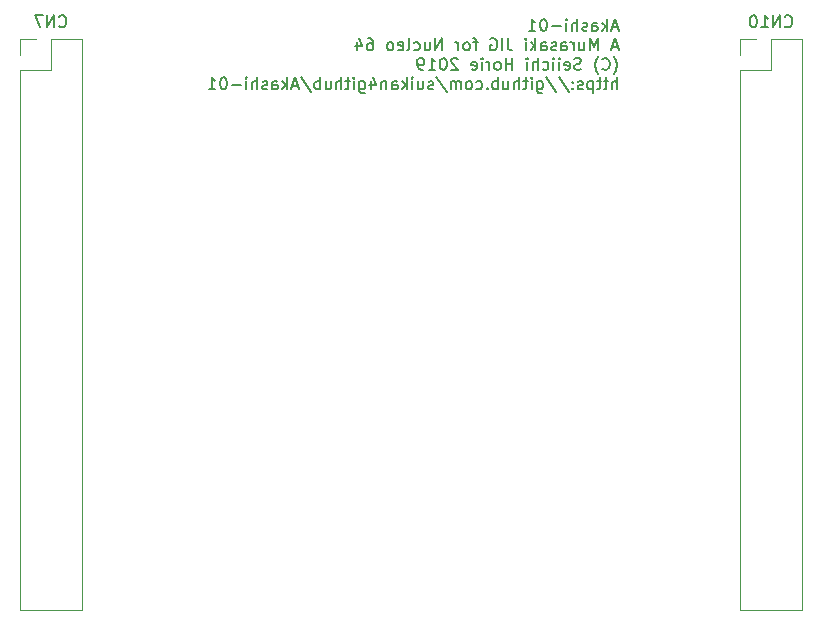
<source format=gbo>
G04 #@! TF.GenerationSoftware,KiCad,Pcbnew,5.1.0-060a0da~80~ubuntu16.04.1*
G04 #@! TF.CreationDate,2019-03-30T07:06:19+09:00*
G04 #@! TF.ProjectId,Akashi-01,416b6173-6869-42d3-9031-2e6b69636164,rev?*
G04 #@! TF.SameCoordinates,Original*
G04 #@! TF.FileFunction,Legend,Bot*
G04 #@! TF.FilePolarity,Positive*
%FSLAX46Y46*%
G04 Gerber Fmt 4.6, Leading zero omitted, Abs format (unit mm)*
G04 Created by KiCad (PCBNEW 5.1.0-060a0da~80~ubuntu16.04.1) date 2019-03-30 07:06:19*
%MOMM*%
%LPD*%
G04 APERTURE LIST*
%ADD10C,0.150000*%
%ADD11C,0.120000*%
G04 APERTURE END LIST*
D10*
X168622023Y-58651666D02*
X168145833Y-58651666D01*
X168717261Y-58937380D02*
X168383928Y-57937380D01*
X168050595Y-58937380D01*
X167717261Y-58937380D02*
X167717261Y-57937380D01*
X167622023Y-58556428D02*
X167336309Y-58937380D01*
X167336309Y-58270714D02*
X167717261Y-58651666D01*
X166479166Y-58937380D02*
X166479166Y-58413571D01*
X166526785Y-58318333D01*
X166622023Y-58270714D01*
X166812500Y-58270714D01*
X166907738Y-58318333D01*
X166479166Y-58889761D02*
X166574404Y-58937380D01*
X166812500Y-58937380D01*
X166907738Y-58889761D01*
X166955357Y-58794523D01*
X166955357Y-58699285D01*
X166907738Y-58604047D01*
X166812500Y-58556428D01*
X166574404Y-58556428D01*
X166479166Y-58508809D01*
X166050595Y-58889761D02*
X165955357Y-58937380D01*
X165764880Y-58937380D01*
X165669642Y-58889761D01*
X165622023Y-58794523D01*
X165622023Y-58746904D01*
X165669642Y-58651666D01*
X165764880Y-58604047D01*
X165907738Y-58604047D01*
X166002976Y-58556428D01*
X166050595Y-58461190D01*
X166050595Y-58413571D01*
X166002976Y-58318333D01*
X165907738Y-58270714D01*
X165764880Y-58270714D01*
X165669642Y-58318333D01*
X165193452Y-58937380D02*
X165193452Y-57937380D01*
X164764880Y-58937380D02*
X164764880Y-58413571D01*
X164812500Y-58318333D01*
X164907738Y-58270714D01*
X165050595Y-58270714D01*
X165145833Y-58318333D01*
X165193452Y-58365952D01*
X164288690Y-58937380D02*
X164288690Y-58270714D01*
X164288690Y-57937380D02*
X164336309Y-57985000D01*
X164288690Y-58032619D01*
X164241071Y-57985000D01*
X164288690Y-57937380D01*
X164288690Y-58032619D01*
X163812500Y-58556428D02*
X163050595Y-58556428D01*
X162383928Y-57937380D02*
X162288690Y-57937380D01*
X162193452Y-57985000D01*
X162145833Y-58032619D01*
X162098214Y-58127857D01*
X162050595Y-58318333D01*
X162050595Y-58556428D01*
X162098214Y-58746904D01*
X162145833Y-58842142D01*
X162193452Y-58889761D01*
X162288690Y-58937380D01*
X162383928Y-58937380D01*
X162479166Y-58889761D01*
X162526785Y-58842142D01*
X162574404Y-58746904D01*
X162622023Y-58556428D01*
X162622023Y-58318333D01*
X162574404Y-58127857D01*
X162526785Y-58032619D01*
X162479166Y-57985000D01*
X162383928Y-57937380D01*
X161098214Y-58937380D02*
X161669642Y-58937380D01*
X161383928Y-58937380D02*
X161383928Y-57937380D01*
X161479166Y-58080238D01*
X161574404Y-58175476D01*
X161669642Y-58223095D01*
X168622023Y-60301666D02*
X168145833Y-60301666D01*
X168717261Y-60587380D02*
X168383928Y-59587380D01*
X168050595Y-60587380D01*
X166955357Y-60587380D02*
X166955357Y-59587380D01*
X166622023Y-60301666D01*
X166288690Y-59587380D01*
X166288690Y-60587380D01*
X165383928Y-59920714D02*
X165383928Y-60587380D01*
X165812500Y-59920714D02*
X165812500Y-60444523D01*
X165764880Y-60539761D01*
X165669642Y-60587380D01*
X165526785Y-60587380D01*
X165431547Y-60539761D01*
X165383928Y-60492142D01*
X164907738Y-60587380D02*
X164907738Y-59920714D01*
X164907738Y-60111190D02*
X164860119Y-60015952D01*
X164812500Y-59968333D01*
X164717261Y-59920714D01*
X164622023Y-59920714D01*
X163860119Y-60587380D02*
X163860119Y-60063571D01*
X163907738Y-59968333D01*
X164002976Y-59920714D01*
X164193452Y-59920714D01*
X164288690Y-59968333D01*
X163860119Y-60539761D02*
X163955357Y-60587380D01*
X164193452Y-60587380D01*
X164288690Y-60539761D01*
X164336309Y-60444523D01*
X164336309Y-60349285D01*
X164288690Y-60254047D01*
X164193452Y-60206428D01*
X163955357Y-60206428D01*
X163860119Y-60158809D01*
X163431547Y-60539761D02*
X163336309Y-60587380D01*
X163145833Y-60587380D01*
X163050595Y-60539761D01*
X163002976Y-60444523D01*
X163002976Y-60396904D01*
X163050595Y-60301666D01*
X163145833Y-60254047D01*
X163288690Y-60254047D01*
X163383928Y-60206428D01*
X163431547Y-60111190D01*
X163431547Y-60063571D01*
X163383928Y-59968333D01*
X163288690Y-59920714D01*
X163145833Y-59920714D01*
X163050595Y-59968333D01*
X162145833Y-60587380D02*
X162145833Y-60063571D01*
X162193452Y-59968333D01*
X162288690Y-59920714D01*
X162479166Y-59920714D01*
X162574404Y-59968333D01*
X162145833Y-60539761D02*
X162241071Y-60587380D01*
X162479166Y-60587380D01*
X162574404Y-60539761D01*
X162622023Y-60444523D01*
X162622023Y-60349285D01*
X162574404Y-60254047D01*
X162479166Y-60206428D01*
X162241071Y-60206428D01*
X162145833Y-60158809D01*
X161669642Y-60587380D02*
X161669642Y-59587380D01*
X161574404Y-60206428D02*
X161288690Y-60587380D01*
X161288690Y-59920714D02*
X161669642Y-60301666D01*
X160860119Y-60587380D02*
X160860119Y-59920714D01*
X160860119Y-59587380D02*
X160907738Y-59635000D01*
X160860119Y-59682619D01*
X160812500Y-59635000D01*
X160860119Y-59587380D01*
X160860119Y-59682619D01*
X159336309Y-59587380D02*
X159336309Y-60301666D01*
X159383928Y-60444523D01*
X159479166Y-60539761D01*
X159622023Y-60587380D01*
X159717261Y-60587380D01*
X158860119Y-60587380D02*
X158860119Y-59587380D01*
X157860119Y-59635000D02*
X157955357Y-59587380D01*
X158098214Y-59587380D01*
X158241071Y-59635000D01*
X158336309Y-59730238D01*
X158383928Y-59825476D01*
X158431547Y-60015952D01*
X158431547Y-60158809D01*
X158383928Y-60349285D01*
X158336309Y-60444523D01*
X158241071Y-60539761D01*
X158098214Y-60587380D01*
X158002976Y-60587380D01*
X157860119Y-60539761D01*
X157812500Y-60492142D01*
X157812500Y-60158809D01*
X158002976Y-60158809D01*
X156764880Y-59920714D02*
X156383928Y-59920714D01*
X156622023Y-60587380D02*
X156622023Y-59730238D01*
X156574404Y-59635000D01*
X156479166Y-59587380D01*
X156383928Y-59587380D01*
X155907738Y-60587380D02*
X156002976Y-60539761D01*
X156050595Y-60492142D01*
X156098214Y-60396904D01*
X156098214Y-60111190D01*
X156050595Y-60015952D01*
X156002976Y-59968333D01*
X155907738Y-59920714D01*
X155764880Y-59920714D01*
X155669642Y-59968333D01*
X155622023Y-60015952D01*
X155574404Y-60111190D01*
X155574404Y-60396904D01*
X155622023Y-60492142D01*
X155669642Y-60539761D01*
X155764880Y-60587380D01*
X155907738Y-60587380D01*
X155145833Y-60587380D02*
X155145833Y-59920714D01*
X155145833Y-60111190D02*
X155098214Y-60015952D01*
X155050595Y-59968333D01*
X154955357Y-59920714D01*
X154860119Y-59920714D01*
X153764880Y-60587380D02*
X153764880Y-59587380D01*
X153193452Y-60587380D01*
X153193452Y-59587380D01*
X152288690Y-59920714D02*
X152288690Y-60587380D01*
X152717261Y-59920714D02*
X152717261Y-60444523D01*
X152669642Y-60539761D01*
X152574404Y-60587380D01*
X152431547Y-60587380D01*
X152336309Y-60539761D01*
X152288690Y-60492142D01*
X151383928Y-60539761D02*
X151479166Y-60587380D01*
X151669642Y-60587380D01*
X151764880Y-60539761D01*
X151812500Y-60492142D01*
X151860119Y-60396904D01*
X151860119Y-60111190D01*
X151812500Y-60015952D01*
X151764880Y-59968333D01*
X151669642Y-59920714D01*
X151479166Y-59920714D01*
X151383928Y-59968333D01*
X150812500Y-60587380D02*
X150907738Y-60539761D01*
X150955357Y-60444523D01*
X150955357Y-59587380D01*
X150050595Y-60539761D02*
X150145833Y-60587380D01*
X150336309Y-60587380D01*
X150431547Y-60539761D01*
X150479166Y-60444523D01*
X150479166Y-60063571D01*
X150431547Y-59968333D01*
X150336309Y-59920714D01*
X150145833Y-59920714D01*
X150050595Y-59968333D01*
X150002976Y-60063571D01*
X150002976Y-60158809D01*
X150479166Y-60254047D01*
X149431547Y-60587380D02*
X149526785Y-60539761D01*
X149574404Y-60492142D01*
X149622023Y-60396904D01*
X149622023Y-60111190D01*
X149574404Y-60015952D01*
X149526785Y-59968333D01*
X149431547Y-59920714D01*
X149288690Y-59920714D01*
X149193452Y-59968333D01*
X149145833Y-60015952D01*
X149098214Y-60111190D01*
X149098214Y-60396904D01*
X149145833Y-60492142D01*
X149193452Y-60539761D01*
X149288690Y-60587380D01*
X149431547Y-60587380D01*
X147479166Y-59587380D02*
X147669642Y-59587380D01*
X147764880Y-59635000D01*
X147812500Y-59682619D01*
X147907738Y-59825476D01*
X147955357Y-60015952D01*
X147955357Y-60396904D01*
X147907738Y-60492142D01*
X147860119Y-60539761D01*
X147764880Y-60587380D01*
X147574404Y-60587380D01*
X147479166Y-60539761D01*
X147431547Y-60492142D01*
X147383928Y-60396904D01*
X147383928Y-60158809D01*
X147431547Y-60063571D01*
X147479166Y-60015952D01*
X147574404Y-59968333D01*
X147764880Y-59968333D01*
X147860119Y-60015952D01*
X147907738Y-60063571D01*
X147955357Y-60158809D01*
X146526785Y-59920714D02*
X146526785Y-60587380D01*
X146764880Y-59539761D02*
X147002976Y-60254047D01*
X146383928Y-60254047D01*
X168288690Y-62618333D02*
X168336309Y-62570714D01*
X168431547Y-62427857D01*
X168479166Y-62332619D01*
X168526785Y-62189761D01*
X168574404Y-61951666D01*
X168574404Y-61761190D01*
X168526785Y-61523095D01*
X168479166Y-61380238D01*
X168431547Y-61285000D01*
X168336309Y-61142142D01*
X168288690Y-61094523D01*
X167336309Y-62142142D02*
X167383928Y-62189761D01*
X167526785Y-62237380D01*
X167622023Y-62237380D01*
X167764880Y-62189761D01*
X167860119Y-62094523D01*
X167907738Y-61999285D01*
X167955357Y-61808809D01*
X167955357Y-61665952D01*
X167907738Y-61475476D01*
X167860119Y-61380238D01*
X167764880Y-61285000D01*
X167622023Y-61237380D01*
X167526785Y-61237380D01*
X167383928Y-61285000D01*
X167336309Y-61332619D01*
X167002976Y-62618333D02*
X166955357Y-62570714D01*
X166860119Y-62427857D01*
X166812500Y-62332619D01*
X166764880Y-62189761D01*
X166717261Y-61951666D01*
X166717261Y-61761190D01*
X166764880Y-61523095D01*
X166812500Y-61380238D01*
X166860119Y-61285000D01*
X166955357Y-61142142D01*
X167002976Y-61094523D01*
X165526785Y-62189761D02*
X165383928Y-62237380D01*
X165145833Y-62237380D01*
X165050595Y-62189761D01*
X165002976Y-62142142D01*
X164955357Y-62046904D01*
X164955357Y-61951666D01*
X165002976Y-61856428D01*
X165050595Y-61808809D01*
X165145833Y-61761190D01*
X165336309Y-61713571D01*
X165431547Y-61665952D01*
X165479166Y-61618333D01*
X165526785Y-61523095D01*
X165526785Y-61427857D01*
X165479166Y-61332619D01*
X165431547Y-61285000D01*
X165336309Y-61237380D01*
X165098214Y-61237380D01*
X164955357Y-61285000D01*
X164145833Y-62189761D02*
X164241071Y-62237380D01*
X164431547Y-62237380D01*
X164526785Y-62189761D01*
X164574404Y-62094523D01*
X164574404Y-61713571D01*
X164526785Y-61618333D01*
X164431547Y-61570714D01*
X164241071Y-61570714D01*
X164145833Y-61618333D01*
X164098214Y-61713571D01*
X164098214Y-61808809D01*
X164574404Y-61904047D01*
X163669642Y-62237380D02*
X163669642Y-61570714D01*
X163669642Y-61237380D02*
X163717261Y-61285000D01*
X163669642Y-61332619D01*
X163622023Y-61285000D01*
X163669642Y-61237380D01*
X163669642Y-61332619D01*
X163193452Y-62237380D02*
X163193452Y-61570714D01*
X163193452Y-61237380D02*
X163241071Y-61285000D01*
X163193452Y-61332619D01*
X163145833Y-61285000D01*
X163193452Y-61237380D01*
X163193452Y-61332619D01*
X162288690Y-62189761D02*
X162383928Y-62237380D01*
X162574404Y-62237380D01*
X162669642Y-62189761D01*
X162717261Y-62142142D01*
X162764880Y-62046904D01*
X162764880Y-61761190D01*
X162717261Y-61665952D01*
X162669642Y-61618333D01*
X162574404Y-61570714D01*
X162383928Y-61570714D01*
X162288690Y-61618333D01*
X161860119Y-62237380D02*
X161860119Y-61237380D01*
X161431547Y-62237380D02*
X161431547Y-61713571D01*
X161479166Y-61618333D01*
X161574404Y-61570714D01*
X161717261Y-61570714D01*
X161812500Y-61618333D01*
X161860119Y-61665952D01*
X160955357Y-62237380D02*
X160955357Y-61570714D01*
X160955357Y-61237380D02*
X161002976Y-61285000D01*
X160955357Y-61332619D01*
X160907738Y-61285000D01*
X160955357Y-61237380D01*
X160955357Y-61332619D01*
X159717261Y-62237380D02*
X159717261Y-61237380D01*
X159717261Y-61713571D02*
X159145833Y-61713571D01*
X159145833Y-62237380D02*
X159145833Y-61237380D01*
X158526785Y-62237380D02*
X158622023Y-62189761D01*
X158669642Y-62142142D01*
X158717261Y-62046904D01*
X158717261Y-61761190D01*
X158669642Y-61665952D01*
X158622023Y-61618333D01*
X158526785Y-61570714D01*
X158383928Y-61570714D01*
X158288690Y-61618333D01*
X158241071Y-61665952D01*
X158193452Y-61761190D01*
X158193452Y-62046904D01*
X158241071Y-62142142D01*
X158288690Y-62189761D01*
X158383928Y-62237380D01*
X158526785Y-62237380D01*
X157764880Y-62237380D02*
X157764880Y-61570714D01*
X157764880Y-61761190D02*
X157717261Y-61665952D01*
X157669642Y-61618333D01*
X157574404Y-61570714D01*
X157479166Y-61570714D01*
X157145833Y-62237380D02*
X157145833Y-61570714D01*
X157145833Y-61237380D02*
X157193452Y-61285000D01*
X157145833Y-61332619D01*
X157098214Y-61285000D01*
X157145833Y-61237380D01*
X157145833Y-61332619D01*
X156288690Y-62189761D02*
X156383928Y-62237380D01*
X156574404Y-62237380D01*
X156669642Y-62189761D01*
X156717261Y-62094523D01*
X156717261Y-61713571D01*
X156669642Y-61618333D01*
X156574404Y-61570714D01*
X156383928Y-61570714D01*
X156288690Y-61618333D01*
X156241071Y-61713571D01*
X156241071Y-61808809D01*
X156717261Y-61904047D01*
X155098214Y-61332619D02*
X155050595Y-61285000D01*
X154955357Y-61237380D01*
X154717261Y-61237380D01*
X154622023Y-61285000D01*
X154574404Y-61332619D01*
X154526785Y-61427857D01*
X154526785Y-61523095D01*
X154574404Y-61665952D01*
X155145833Y-62237380D01*
X154526785Y-62237380D01*
X153907738Y-61237380D02*
X153812500Y-61237380D01*
X153717261Y-61285000D01*
X153669642Y-61332619D01*
X153622023Y-61427857D01*
X153574404Y-61618333D01*
X153574404Y-61856428D01*
X153622023Y-62046904D01*
X153669642Y-62142142D01*
X153717261Y-62189761D01*
X153812500Y-62237380D01*
X153907738Y-62237380D01*
X154002976Y-62189761D01*
X154050595Y-62142142D01*
X154098214Y-62046904D01*
X154145833Y-61856428D01*
X154145833Y-61618333D01*
X154098214Y-61427857D01*
X154050595Y-61332619D01*
X154002976Y-61285000D01*
X153907738Y-61237380D01*
X152622023Y-62237380D02*
X153193452Y-62237380D01*
X152907738Y-62237380D02*
X152907738Y-61237380D01*
X153002976Y-61380238D01*
X153098214Y-61475476D01*
X153193452Y-61523095D01*
X152145833Y-62237380D02*
X151955357Y-62237380D01*
X151860119Y-62189761D01*
X151812500Y-62142142D01*
X151717261Y-61999285D01*
X151669642Y-61808809D01*
X151669642Y-61427857D01*
X151717261Y-61332619D01*
X151764880Y-61285000D01*
X151860119Y-61237380D01*
X152050595Y-61237380D01*
X152145833Y-61285000D01*
X152193452Y-61332619D01*
X152241071Y-61427857D01*
X152241071Y-61665952D01*
X152193452Y-61761190D01*
X152145833Y-61808809D01*
X152050595Y-61856428D01*
X151860119Y-61856428D01*
X151764880Y-61808809D01*
X151717261Y-61761190D01*
X151669642Y-61665952D01*
X168574404Y-63887380D02*
X168574404Y-62887380D01*
X168145833Y-63887380D02*
X168145833Y-63363571D01*
X168193452Y-63268333D01*
X168288690Y-63220714D01*
X168431547Y-63220714D01*
X168526785Y-63268333D01*
X168574404Y-63315952D01*
X167812500Y-63220714D02*
X167431547Y-63220714D01*
X167669642Y-62887380D02*
X167669642Y-63744523D01*
X167622023Y-63839761D01*
X167526785Y-63887380D01*
X167431547Y-63887380D01*
X167241071Y-63220714D02*
X166860119Y-63220714D01*
X167098214Y-62887380D02*
X167098214Y-63744523D01*
X167050595Y-63839761D01*
X166955357Y-63887380D01*
X166860119Y-63887380D01*
X166526785Y-63220714D02*
X166526785Y-64220714D01*
X166526785Y-63268333D02*
X166431547Y-63220714D01*
X166241071Y-63220714D01*
X166145833Y-63268333D01*
X166098214Y-63315952D01*
X166050595Y-63411190D01*
X166050595Y-63696904D01*
X166098214Y-63792142D01*
X166145833Y-63839761D01*
X166241071Y-63887380D01*
X166431547Y-63887380D01*
X166526785Y-63839761D01*
X165669642Y-63839761D02*
X165574404Y-63887380D01*
X165383928Y-63887380D01*
X165288690Y-63839761D01*
X165241071Y-63744523D01*
X165241071Y-63696904D01*
X165288690Y-63601666D01*
X165383928Y-63554047D01*
X165526785Y-63554047D01*
X165622023Y-63506428D01*
X165669642Y-63411190D01*
X165669642Y-63363571D01*
X165622023Y-63268333D01*
X165526785Y-63220714D01*
X165383928Y-63220714D01*
X165288690Y-63268333D01*
X164812500Y-63792142D02*
X164764880Y-63839761D01*
X164812500Y-63887380D01*
X164860119Y-63839761D01*
X164812500Y-63792142D01*
X164812500Y-63887380D01*
X164812500Y-63268333D02*
X164764880Y-63315952D01*
X164812500Y-63363571D01*
X164860119Y-63315952D01*
X164812500Y-63268333D01*
X164812500Y-63363571D01*
X163622023Y-62839761D02*
X164479166Y-64125476D01*
X162574404Y-62839761D02*
X163431547Y-64125476D01*
X161812500Y-63220714D02*
X161812500Y-64030238D01*
X161860119Y-64125476D01*
X161907738Y-64173095D01*
X162002976Y-64220714D01*
X162145833Y-64220714D01*
X162241071Y-64173095D01*
X161812500Y-63839761D02*
X161907738Y-63887380D01*
X162098214Y-63887380D01*
X162193452Y-63839761D01*
X162241071Y-63792142D01*
X162288690Y-63696904D01*
X162288690Y-63411190D01*
X162241071Y-63315952D01*
X162193452Y-63268333D01*
X162098214Y-63220714D01*
X161907738Y-63220714D01*
X161812500Y-63268333D01*
X161336309Y-63887380D02*
X161336309Y-63220714D01*
X161336309Y-62887380D02*
X161383928Y-62935000D01*
X161336309Y-62982619D01*
X161288690Y-62935000D01*
X161336309Y-62887380D01*
X161336309Y-62982619D01*
X161002976Y-63220714D02*
X160622023Y-63220714D01*
X160860119Y-62887380D02*
X160860119Y-63744523D01*
X160812500Y-63839761D01*
X160717261Y-63887380D01*
X160622023Y-63887380D01*
X160288690Y-63887380D02*
X160288690Y-62887380D01*
X159860119Y-63887380D02*
X159860119Y-63363571D01*
X159907738Y-63268333D01*
X160002976Y-63220714D01*
X160145833Y-63220714D01*
X160241071Y-63268333D01*
X160288690Y-63315952D01*
X158955357Y-63220714D02*
X158955357Y-63887380D01*
X159383928Y-63220714D02*
X159383928Y-63744523D01*
X159336309Y-63839761D01*
X159241071Y-63887380D01*
X159098214Y-63887380D01*
X159002976Y-63839761D01*
X158955357Y-63792142D01*
X158479166Y-63887380D02*
X158479166Y-62887380D01*
X158479166Y-63268333D02*
X158383928Y-63220714D01*
X158193452Y-63220714D01*
X158098214Y-63268333D01*
X158050595Y-63315952D01*
X158002976Y-63411190D01*
X158002976Y-63696904D01*
X158050595Y-63792142D01*
X158098214Y-63839761D01*
X158193452Y-63887380D01*
X158383928Y-63887380D01*
X158479166Y-63839761D01*
X157574404Y-63792142D02*
X157526785Y-63839761D01*
X157574404Y-63887380D01*
X157622023Y-63839761D01*
X157574404Y-63792142D01*
X157574404Y-63887380D01*
X156669642Y-63839761D02*
X156764880Y-63887380D01*
X156955357Y-63887380D01*
X157050595Y-63839761D01*
X157098214Y-63792142D01*
X157145833Y-63696904D01*
X157145833Y-63411190D01*
X157098214Y-63315952D01*
X157050595Y-63268333D01*
X156955357Y-63220714D01*
X156764880Y-63220714D01*
X156669642Y-63268333D01*
X156098214Y-63887380D02*
X156193452Y-63839761D01*
X156241071Y-63792142D01*
X156288690Y-63696904D01*
X156288690Y-63411190D01*
X156241071Y-63315952D01*
X156193452Y-63268333D01*
X156098214Y-63220714D01*
X155955357Y-63220714D01*
X155860119Y-63268333D01*
X155812500Y-63315952D01*
X155764880Y-63411190D01*
X155764880Y-63696904D01*
X155812500Y-63792142D01*
X155860119Y-63839761D01*
X155955357Y-63887380D01*
X156098214Y-63887380D01*
X155336309Y-63887380D02*
X155336309Y-63220714D01*
X155336309Y-63315952D02*
X155288690Y-63268333D01*
X155193452Y-63220714D01*
X155050595Y-63220714D01*
X154955357Y-63268333D01*
X154907738Y-63363571D01*
X154907738Y-63887380D01*
X154907738Y-63363571D02*
X154860119Y-63268333D01*
X154764880Y-63220714D01*
X154622023Y-63220714D01*
X154526785Y-63268333D01*
X154479166Y-63363571D01*
X154479166Y-63887380D01*
X153288690Y-62839761D02*
X154145833Y-64125476D01*
X153002976Y-63839761D02*
X152907738Y-63887380D01*
X152717261Y-63887380D01*
X152622023Y-63839761D01*
X152574404Y-63744523D01*
X152574404Y-63696904D01*
X152622023Y-63601666D01*
X152717261Y-63554047D01*
X152860119Y-63554047D01*
X152955357Y-63506428D01*
X153002976Y-63411190D01*
X153002976Y-63363571D01*
X152955357Y-63268333D01*
X152860119Y-63220714D01*
X152717261Y-63220714D01*
X152622023Y-63268333D01*
X151717261Y-63220714D02*
X151717261Y-63887380D01*
X152145833Y-63220714D02*
X152145833Y-63744523D01*
X152098214Y-63839761D01*
X152002976Y-63887380D01*
X151860119Y-63887380D01*
X151764880Y-63839761D01*
X151717261Y-63792142D01*
X151241071Y-63887380D02*
X151241071Y-63220714D01*
X151241071Y-62887380D02*
X151288690Y-62935000D01*
X151241071Y-62982619D01*
X151193452Y-62935000D01*
X151241071Y-62887380D01*
X151241071Y-62982619D01*
X150764880Y-63887380D02*
X150764880Y-62887380D01*
X150669642Y-63506428D02*
X150383928Y-63887380D01*
X150383928Y-63220714D02*
X150764880Y-63601666D01*
X149526785Y-63887380D02*
X149526785Y-63363571D01*
X149574404Y-63268333D01*
X149669642Y-63220714D01*
X149860119Y-63220714D01*
X149955357Y-63268333D01*
X149526785Y-63839761D02*
X149622023Y-63887380D01*
X149860119Y-63887380D01*
X149955357Y-63839761D01*
X150002976Y-63744523D01*
X150002976Y-63649285D01*
X149955357Y-63554047D01*
X149860119Y-63506428D01*
X149622023Y-63506428D01*
X149526785Y-63458809D01*
X149050595Y-63220714D02*
X149050595Y-63887380D01*
X149050595Y-63315952D02*
X149002976Y-63268333D01*
X148907738Y-63220714D01*
X148764880Y-63220714D01*
X148669642Y-63268333D01*
X148622023Y-63363571D01*
X148622023Y-63887380D01*
X147717261Y-63220714D02*
X147717261Y-63887380D01*
X147955357Y-62839761D02*
X148193452Y-63554047D01*
X147574404Y-63554047D01*
X146764880Y-63220714D02*
X146764880Y-64030238D01*
X146812500Y-64125476D01*
X146860119Y-64173095D01*
X146955357Y-64220714D01*
X147098214Y-64220714D01*
X147193452Y-64173095D01*
X146764880Y-63839761D02*
X146860119Y-63887380D01*
X147050595Y-63887380D01*
X147145833Y-63839761D01*
X147193452Y-63792142D01*
X147241071Y-63696904D01*
X147241071Y-63411190D01*
X147193452Y-63315952D01*
X147145833Y-63268333D01*
X147050595Y-63220714D01*
X146860119Y-63220714D01*
X146764880Y-63268333D01*
X146288690Y-63887380D02*
X146288690Y-63220714D01*
X146288690Y-62887380D02*
X146336309Y-62935000D01*
X146288690Y-62982619D01*
X146241071Y-62935000D01*
X146288690Y-62887380D01*
X146288690Y-62982619D01*
X145955357Y-63220714D02*
X145574404Y-63220714D01*
X145812500Y-62887380D02*
X145812500Y-63744523D01*
X145764880Y-63839761D01*
X145669642Y-63887380D01*
X145574404Y-63887380D01*
X145241071Y-63887380D02*
X145241071Y-62887380D01*
X144812500Y-63887380D02*
X144812500Y-63363571D01*
X144860119Y-63268333D01*
X144955357Y-63220714D01*
X145098214Y-63220714D01*
X145193452Y-63268333D01*
X145241071Y-63315952D01*
X143907738Y-63220714D02*
X143907738Y-63887380D01*
X144336309Y-63220714D02*
X144336309Y-63744523D01*
X144288690Y-63839761D01*
X144193452Y-63887380D01*
X144050595Y-63887380D01*
X143955357Y-63839761D01*
X143907738Y-63792142D01*
X143431547Y-63887380D02*
X143431547Y-62887380D01*
X143431547Y-63268333D02*
X143336309Y-63220714D01*
X143145833Y-63220714D01*
X143050595Y-63268333D01*
X143002976Y-63315952D01*
X142955357Y-63411190D01*
X142955357Y-63696904D01*
X143002976Y-63792142D01*
X143050595Y-63839761D01*
X143145833Y-63887380D01*
X143336309Y-63887380D01*
X143431547Y-63839761D01*
X141812500Y-62839761D02*
X142669642Y-64125476D01*
X141526785Y-63601666D02*
X141050595Y-63601666D01*
X141622023Y-63887380D02*
X141288690Y-62887380D01*
X140955357Y-63887380D01*
X140622023Y-63887380D02*
X140622023Y-62887380D01*
X140526785Y-63506428D02*
X140241071Y-63887380D01*
X140241071Y-63220714D02*
X140622023Y-63601666D01*
X139383928Y-63887380D02*
X139383928Y-63363571D01*
X139431547Y-63268333D01*
X139526785Y-63220714D01*
X139717261Y-63220714D01*
X139812500Y-63268333D01*
X139383928Y-63839761D02*
X139479166Y-63887380D01*
X139717261Y-63887380D01*
X139812500Y-63839761D01*
X139860119Y-63744523D01*
X139860119Y-63649285D01*
X139812500Y-63554047D01*
X139717261Y-63506428D01*
X139479166Y-63506428D01*
X139383928Y-63458809D01*
X138955357Y-63839761D02*
X138860119Y-63887380D01*
X138669642Y-63887380D01*
X138574404Y-63839761D01*
X138526785Y-63744523D01*
X138526785Y-63696904D01*
X138574404Y-63601666D01*
X138669642Y-63554047D01*
X138812500Y-63554047D01*
X138907738Y-63506428D01*
X138955357Y-63411190D01*
X138955357Y-63363571D01*
X138907738Y-63268333D01*
X138812500Y-63220714D01*
X138669642Y-63220714D01*
X138574404Y-63268333D01*
X138098214Y-63887380D02*
X138098214Y-62887380D01*
X137669642Y-63887380D02*
X137669642Y-63363571D01*
X137717261Y-63268333D01*
X137812500Y-63220714D01*
X137955357Y-63220714D01*
X138050595Y-63268333D01*
X138098214Y-63315952D01*
X137193452Y-63887380D02*
X137193452Y-63220714D01*
X137193452Y-62887380D02*
X137241071Y-62935000D01*
X137193452Y-62982619D01*
X137145833Y-62935000D01*
X137193452Y-62887380D01*
X137193452Y-62982619D01*
X136717261Y-63506428D02*
X135955357Y-63506428D01*
X135288690Y-62887380D02*
X135193452Y-62887380D01*
X135098214Y-62935000D01*
X135050595Y-62982619D01*
X135002976Y-63077857D01*
X134955357Y-63268333D01*
X134955357Y-63506428D01*
X135002976Y-63696904D01*
X135050595Y-63792142D01*
X135098214Y-63839761D01*
X135193452Y-63887380D01*
X135288690Y-63887380D01*
X135383928Y-63839761D01*
X135431547Y-63792142D01*
X135479166Y-63696904D01*
X135526785Y-63506428D01*
X135526785Y-63268333D01*
X135479166Y-63077857D01*
X135431547Y-62982619D01*
X135383928Y-62935000D01*
X135288690Y-62887380D01*
X134002976Y-63887380D02*
X134574404Y-63887380D01*
X134288690Y-63887380D02*
X134288690Y-62887380D01*
X134383928Y-63030238D01*
X134479166Y-63125476D01*
X134574404Y-63173095D01*
D11*
X119380000Y-59630000D02*
X118050000Y-59630000D01*
X118050000Y-59630000D02*
X118050000Y-60960000D01*
X120650000Y-59630000D02*
X120650000Y-62230000D01*
X120650000Y-62230000D02*
X118050000Y-62230000D01*
X118050000Y-62230000D02*
X118050000Y-108010000D01*
X123250000Y-108010000D02*
X118050000Y-108010000D01*
X123250000Y-59630000D02*
X123250000Y-108010000D01*
X123250000Y-59630000D02*
X120650000Y-59630000D01*
X184210000Y-59630000D02*
X181610000Y-59630000D01*
X184210000Y-59630000D02*
X184210000Y-108010000D01*
X184210000Y-108010000D02*
X179010000Y-108010000D01*
X179010000Y-62230000D02*
X179010000Y-108010000D01*
X181610000Y-62230000D02*
X179010000Y-62230000D01*
X181610000Y-59630000D02*
X181610000Y-62230000D01*
X179010000Y-59630000D02*
X179010000Y-60960000D01*
X180340000Y-59630000D02*
X179010000Y-59630000D01*
D10*
X121340476Y-58547142D02*
X121388095Y-58594761D01*
X121530952Y-58642380D01*
X121626190Y-58642380D01*
X121769047Y-58594761D01*
X121864285Y-58499523D01*
X121911904Y-58404285D01*
X121959523Y-58213809D01*
X121959523Y-58070952D01*
X121911904Y-57880476D01*
X121864285Y-57785238D01*
X121769047Y-57690000D01*
X121626190Y-57642380D01*
X121530952Y-57642380D01*
X121388095Y-57690000D01*
X121340476Y-57737619D01*
X120911904Y-58642380D02*
X120911904Y-57642380D01*
X120340476Y-58642380D01*
X120340476Y-57642380D01*
X119959523Y-57642380D02*
X119292857Y-57642380D01*
X119721428Y-58642380D01*
X182776666Y-58547142D02*
X182824285Y-58594761D01*
X182967142Y-58642380D01*
X183062380Y-58642380D01*
X183205238Y-58594761D01*
X183300476Y-58499523D01*
X183348095Y-58404285D01*
X183395714Y-58213809D01*
X183395714Y-58070952D01*
X183348095Y-57880476D01*
X183300476Y-57785238D01*
X183205238Y-57690000D01*
X183062380Y-57642380D01*
X182967142Y-57642380D01*
X182824285Y-57690000D01*
X182776666Y-57737619D01*
X182348095Y-58642380D02*
X182348095Y-57642380D01*
X181776666Y-58642380D01*
X181776666Y-57642380D01*
X180776666Y-58642380D02*
X181348095Y-58642380D01*
X181062380Y-58642380D02*
X181062380Y-57642380D01*
X181157619Y-57785238D01*
X181252857Y-57880476D01*
X181348095Y-57928095D01*
X180157619Y-57642380D02*
X180062380Y-57642380D01*
X179967142Y-57690000D01*
X179919523Y-57737619D01*
X179871904Y-57832857D01*
X179824285Y-58023333D01*
X179824285Y-58261428D01*
X179871904Y-58451904D01*
X179919523Y-58547142D01*
X179967142Y-58594761D01*
X180062380Y-58642380D01*
X180157619Y-58642380D01*
X180252857Y-58594761D01*
X180300476Y-58547142D01*
X180348095Y-58451904D01*
X180395714Y-58261428D01*
X180395714Y-58023333D01*
X180348095Y-57832857D01*
X180300476Y-57737619D01*
X180252857Y-57690000D01*
X180157619Y-57642380D01*
M02*

</source>
